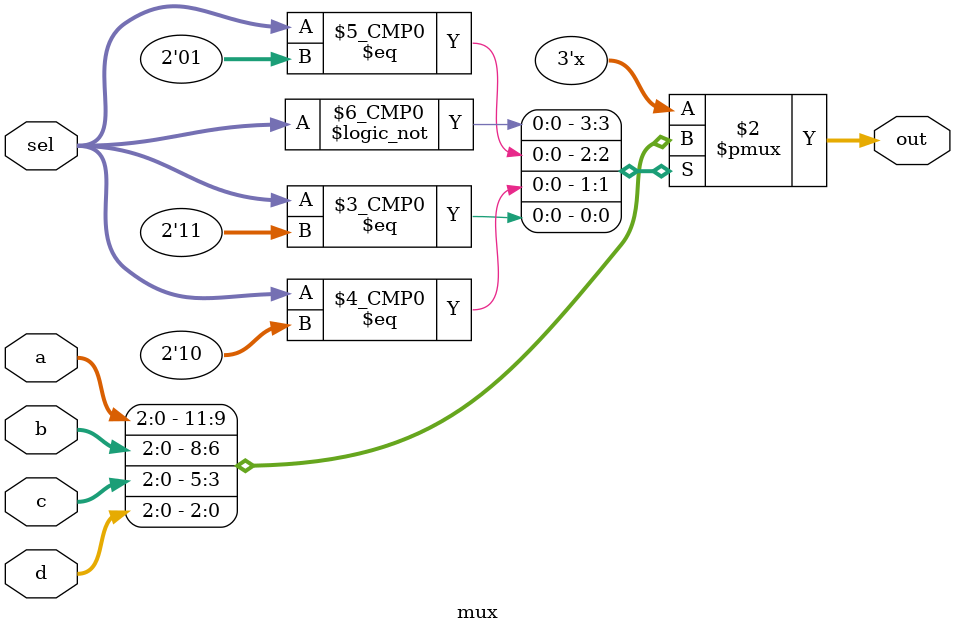
<source format=v>
module  mux(sel,a,b,c,d,out);
input [2:0] a, b, c, d;
input [1:0] sel;

//-----------Output Ports---------------
output reg [2:0] out;
//------------Internal Variables--------
//-------------Code Start-----------------
always @(*)
begin
	case(sel)
	 2'b00 : out <= a;//
	 2'b01 : out <= b;//
	 2'b10 : out <= c;//
	 2'b11 : out <= d;//
	endcase
end
//-------------Code End-----------------
endmodule

</source>
